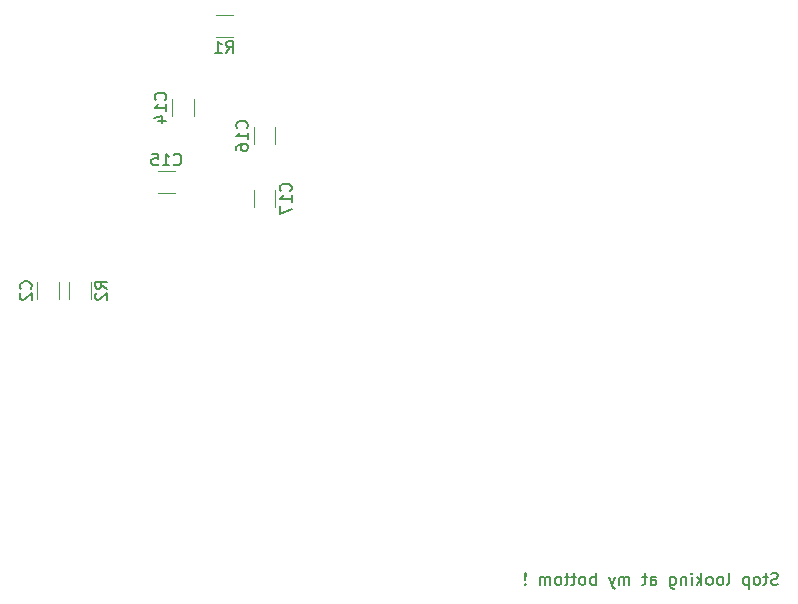
<source format=gbr>
G04 #@! TF.GenerationSoftware,KiCad,Pcbnew,6.0.5-a6ca702e91~116~ubuntu20.04.1*
G04 #@! TF.CreationDate,2022-05-19T12:12:02+02:00*
G04 #@! TF.ProjectId,octoserial,6f63746f-7365-4726-9961-6c2e6b696361,rev?*
G04 #@! TF.SameCoordinates,Original*
G04 #@! TF.FileFunction,Legend,Bot*
G04 #@! TF.FilePolarity,Positive*
%FSLAX46Y46*%
G04 Gerber Fmt 4.6, Leading zero omitted, Abs format (unit mm)*
G04 Created by KiCad (PCBNEW 6.0.5-a6ca702e91~116~ubuntu20.04.1) date 2022-05-19 12:12:02*
%MOMM*%
%LPD*%
G01*
G04 APERTURE LIST*
%ADD10C,0.150000*%
%ADD11C,0.120000*%
G04 APERTURE END LIST*
D10*
X115274285Y-111464761D02*
X115131428Y-111512380D01*
X114893333Y-111512380D01*
X114798095Y-111464761D01*
X114750476Y-111417142D01*
X114702857Y-111321904D01*
X114702857Y-111226666D01*
X114750476Y-111131428D01*
X114798095Y-111083809D01*
X114893333Y-111036190D01*
X115083809Y-110988571D01*
X115179047Y-110940952D01*
X115226666Y-110893333D01*
X115274285Y-110798095D01*
X115274285Y-110702857D01*
X115226666Y-110607619D01*
X115179047Y-110560000D01*
X115083809Y-110512380D01*
X114845714Y-110512380D01*
X114702857Y-110560000D01*
X114417142Y-110845714D02*
X114036190Y-110845714D01*
X114274285Y-110512380D02*
X114274285Y-111369523D01*
X114226666Y-111464761D01*
X114131428Y-111512380D01*
X114036190Y-111512380D01*
X113560000Y-111512380D02*
X113655238Y-111464761D01*
X113702857Y-111417142D01*
X113750476Y-111321904D01*
X113750476Y-111036190D01*
X113702857Y-110940952D01*
X113655238Y-110893333D01*
X113560000Y-110845714D01*
X113417142Y-110845714D01*
X113321904Y-110893333D01*
X113274285Y-110940952D01*
X113226666Y-111036190D01*
X113226666Y-111321904D01*
X113274285Y-111417142D01*
X113321904Y-111464761D01*
X113417142Y-111512380D01*
X113560000Y-111512380D01*
X112798095Y-110845714D02*
X112798095Y-111845714D01*
X112798095Y-110893333D02*
X112702857Y-110845714D01*
X112512380Y-110845714D01*
X112417142Y-110893333D01*
X112369523Y-110940952D01*
X112321904Y-111036190D01*
X112321904Y-111321904D01*
X112369523Y-111417142D01*
X112417142Y-111464761D01*
X112512380Y-111512380D01*
X112702857Y-111512380D01*
X112798095Y-111464761D01*
X110988571Y-111512380D02*
X111083809Y-111464761D01*
X111131428Y-111369523D01*
X111131428Y-110512380D01*
X110464761Y-111512380D02*
X110560000Y-111464761D01*
X110607619Y-111417142D01*
X110655238Y-111321904D01*
X110655238Y-111036190D01*
X110607619Y-110940952D01*
X110560000Y-110893333D01*
X110464761Y-110845714D01*
X110321904Y-110845714D01*
X110226666Y-110893333D01*
X110179047Y-110940952D01*
X110131428Y-111036190D01*
X110131428Y-111321904D01*
X110179047Y-111417142D01*
X110226666Y-111464761D01*
X110321904Y-111512380D01*
X110464761Y-111512380D01*
X109560000Y-111512380D02*
X109655238Y-111464761D01*
X109702857Y-111417142D01*
X109750476Y-111321904D01*
X109750476Y-111036190D01*
X109702857Y-110940952D01*
X109655238Y-110893333D01*
X109560000Y-110845714D01*
X109417142Y-110845714D01*
X109321904Y-110893333D01*
X109274285Y-110940952D01*
X109226666Y-111036190D01*
X109226666Y-111321904D01*
X109274285Y-111417142D01*
X109321904Y-111464761D01*
X109417142Y-111512380D01*
X109560000Y-111512380D01*
X108798095Y-111512380D02*
X108798095Y-110512380D01*
X108702857Y-111131428D02*
X108417142Y-111512380D01*
X108417142Y-110845714D02*
X108798095Y-111226666D01*
X107988571Y-111512380D02*
X107988571Y-110845714D01*
X107988571Y-110512380D02*
X108036190Y-110560000D01*
X107988571Y-110607619D01*
X107940952Y-110560000D01*
X107988571Y-110512380D01*
X107988571Y-110607619D01*
X107512380Y-110845714D02*
X107512380Y-111512380D01*
X107512380Y-110940952D02*
X107464761Y-110893333D01*
X107369523Y-110845714D01*
X107226666Y-110845714D01*
X107131428Y-110893333D01*
X107083809Y-110988571D01*
X107083809Y-111512380D01*
X106179047Y-110845714D02*
X106179047Y-111655238D01*
X106226666Y-111750476D01*
X106274285Y-111798095D01*
X106369523Y-111845714D01*
X106512380Y-111845714D01*
X106607619Y-111798095D01*
X106179047Y-111464761D02*
X106274285Y-111512380D01*
X106464761Y-111512380D01*
X106560000Y-111464761D01*
X106607619Y-111417142D01*
X106655238Y-111321904D01*
X106655238Y-111036190D01*
X106607619Y-110940952D01*
X106560000Y-110893333D01*
X106464761Y-110845714D01*
X106274285Y-110845714D01*
X106179047Y-110893333D01*
X104512380Y-111512380D02*
X104512380Y-110988571D01*
X104560000Y-110893333D01*
X104655238Y-110845714D01*
X104845714Y-110845714D01*
X104940952Y-110893333D01*
X104512380Y-111464761D02*
X104607619Y-111512380D01*
X104845714Y-111512380D01*
X104940952Y-111464761D01*
X104988571Y-111369523D01*
X104988571Y-111274285D01*
X104940952Y-111179047D01*
X104845714Y-111131428D01*
X104607619Y-111131428D01*
X104512380Y-111083809D01*
X104179047Y-110845714D02*
X103798095Y-110845714D01*
X104036190Y-110512380D02*
X104036190Y-111369523D01*
X103988571Y-111464761D01*
X103893333Y-111512380D01*
X103798095Y-111512380D01*
X102702857Y-111512380D02*
X102702857Y-110845714D01*
X102702857Y-110940952D02*
X102655238Y-110893333D01*
X102560000Y-110845714D01*
X102417142Y-110845714D01*
X102321904Y-110893333D01*
X102274285Y-110988571D01*
X102274285Y-111512380D01*
X102274285Y-110988571D02*
X102226666Y-110893333D01*
X102131428Y-110845714D01*
X101988571Y-110845714D01*
X101893333Y-110893333D01*
X101845714Y-110988571D01*
X101845714Y-111512380D01*
X101464761Y-110845714D02*
X101226666Y-111512380D01*
X100988571Y-110845714D02*
X101226666Y-111512380D01*
X101321904Y-111750476D01*
X101369523Y-111798095D01*
X101464761Y-111845714D01*
X99845714Y-111512380D02*
X99845714Y-110512380D01*
X99845714Y-110893333D02*
X99750476Y-110845714D01*
X99560000Y-110845714D01*
X99464761Y-110893333D01*
X99417142Y-110940952D01*
X99369523Y-111036190D01*
X99369523Y-111321904D01*
X99417142Y-111417142D01*
X99464761Y-111464761D01*
X99560000Y-111512380D01*
X99750476Y-111512380D01*
X99845714Y-111464761D01*
X98798095Y-111512380D02*
X98893333Y-111464761D01*
X98940952Y-111417142D01*
X98988571Y-111321904D01*
X98988571Y-111036190D01*
X98940952Y-110940952D01*
X98893333Y-110893333D01*
X98798095Y-110845714D01*
X98655238Y-110845714D01*
X98560000Y-110893333D01*
X98512380Y-110940952D01*
X98464761Y-111036190D01*
X98464761Y-111321904D01*
X98512380Y-111417142D01*
X98560000Y-111464761D01*
X98655238Y-111512380D01*
X98798095Y-111512380D01*
X98179047Y-110845714D02*
X97798095Y-110845714D01*
X98036190Y-110512380D02*
X98036190Y-111369523D01*
X97988571Y-111464761D01*
X97893333Y-111512380D01*
X97798095Y-111512380D01*
X97607619Y-110845714D02*
X97226666Y-110845714D01*
X97464761Y-110512380D02*
X97464761Y-111369523D01*
X97417142Y-111464761D01*
X97321904Y-111512380D01*
X97226666Y-111512380D01*
X96750476Y-111512380D02*
X96845714Y-111464761D01*
X96893333Y-111417142D01*
X96940952Y-111321904D01*
X96940952Y-111036190D01*
X96893333Y-110940952D01*
X96845714Y-110893333D01*
X96750476Y-110845714D01*
X96607619Y-110845714D01*
X96512380Y-110893333D01*
X96464761Y-110940952D01*
X96417142Y-111036190D01*
X96417142Y-111321904D01*
X96464761Y-111417142D01*
X96512380Y-111464761D01*
X96607619Y-111512380D01*
X96750476Y-111512380D01*
X95988571Y-111512380D02*
X95988571Y-110845714D01*
X95988571Y-110940952D02*
X95940952Y-110893333D01*
X95845714Y-110845714D01*
X95702857Y-110845714D01*
X95607619Y-110893333D01*
X95560000Y-110988571D01*
X95560000Y-111512380D01*
X95560000Y-110988571D02*
X95512380Y-110893333D01*
X95417142Y-110845714D01*
X95274285Y-110845714D01*
X95179047Y-110893333D01*
X95131428Y-110988571D01*
X95131428Y-111512380D01*
X93893333Y-111417142D02*
X93845714Y-111464761D01*
X93893333Y-111512380D01*
X93940952Y-111464761D01*
X93893333Y-111417142D01*
X93893333Y-111512380D01*
X93893333Y-111131428D02*
X93940952Y-110560000D01*
X93893333Y-110512380D01*
X93845714Y-110560000D01*
X93893333Y-111131428D01*
X93893333Y-110512380D01*
X58472380Y-86433333D02*
X57996190Y-86100000D01*
X58472380Y-85861904D02*
X57472380Y-85861904D01*
X57472380Y-86242857D01*
X57520000Y-86338095D01*
X57567619Y-86385714D01*
X57662857Y-86433333D01*
X57805714Y-86433333D01*
X57900952Y-86385714D01*
X57948571Y-86338095D01*
X57996190Y-86242857D01*
X57996190Y-85861904D01*
X57567619Y-86814285D02*
X57520000Y-86861904D01*
X57472380Y-86957142D01*
X57472380Y-87195238D01*
X57520000Y-87290476D01*
X57567619Y-87338095D01*
X57662857Y-87385714D01*
X57758095Y-87385714D01*
X57900952Y-87338095D01*
X58472380Y-86766666D01*
X58472380Y-87385714D01*
X68566666Y-66472380D02*
X68900000Y-65996190D01*
X69138095Y-66472380D02*
X69138095Y-65472380D01*
X68757142Y-65472380D01*
X68661904Y-65520000D01*
X68614285Y-65567619D01*
X68566666Y-65662857D01*
X68566666Y-65805714D01*
X68614285Y-65900952D01*
X68661904Y-65948571D01*
X68757142Y-65996190D01*
X69138095Y-65996190D01*
X67614285Y-66472380D02*
X68185714Y-66472380D01*
X67900000Y-66472380D02*
X67900000Y-65472380D01*
X67995238Y-65615238D01*
X68090476Y-65710476D01*
X68185714Y-65758095D01*
X74007142Y-78157142D02*
X74054761Y-78109523D01*
X74102380Y-77966666D01*
X74102380Y-77871428D01*
X74054761Y-77728571D01*
X73959523Y-77633333D01*
X73864285Y-77585714D01*
X73673809Y-77538095D01*
X73530952Y-77538095D01*
X73340476Y-77585714D01*
X73245238Y-77633333D01*
X73150000Y-77728571D01*
X73102380Y-77871428D01*
X73102380Y-77966666D01*
X73150000Y-78109523D01*
X73197619Y-78157142D01*
X74102380Y-79109523D02*
X74102380Y-78538095D01*
X74102380Y-78823809D02*
X73102380Y-78823809D01*
X73245238Y-78728571D01*
X73340476Y-78633333D01*
X73388095Y-78538095D01*
X73102380Y-79442857D02*
X73102380Y-80109523D01*
X74102380Y-79680952D01*
X70307142Y-72857142D02*
X70354761Y-72809523D01*
X70402380Y-72666666D01*
X70402380Y-72571428D01*
X70354761Y-72428571D01*
X70259523Y-72333333D01*
X70164285Y-72285714D01*
X69973809Y-72238095D01*
X69830952Y-72238095D01*
X69640476Y-72285714D01*
X69545238Y-72333333D01*
X69450000Y-72428571D01*
X69402380Y-72571428D01*
X69402380Y-72666666D01*
X69450000Y-72809523D01*
X69497619Y-72857142D01*
X70402380Y-73809523D02*
X70402380Y-73238095D01*
X70402380Y-73523809D02*
X69402380Y-73523809D01*
X69545238Y-73428571D01*
X69640476Y-73333333D01*
X69688095Y-73238095D01*
X69402380Y-74666666D02*
X69402380Y-74476190D01*
X69450000Y-74380952D01*
X69497619Y-74333333D01*
X69640476Y-74238095D01*
X69830952Y-74190476D01*
X70211904Y-74190476D01*
X70307142Y-74238095D01*
X70354761Y-74285714D01*
X70402380Y-74380952D01*
X70402380Y-74571428D01*
X70354761Y-74666666D01*
X70307142Y-74714285D01*
X70211904Y-74761904D01*
X69973809Y-74761904D01*
X69878571Y-74714285D01*
X69830952Y-74666666D01*
X69783333Y-74571428D01*
X69783333Y-74380952D01*
X69830952Y-74285714D01*
X69878571Y-74238095D01*
X69973809Y-74190476D01*
X64142857Y-75907142D02*
X64190476Y-75954761D01*
X64333333Y-76002380D01*
X64428571Y-76002380D01*
X64571428Y-75954761D01*
X64666666Y-75859523D01*
X64714285Y-75764285D01*
X64761904Y-75573809D01*
X64761904Y-75430952D01*
X64714285Y-75240476D01*
X64666666Y-75145238D01*
X64571428Y-75050000D01*
X64428571Y-75002380D01*
X64333333Y-75002380D01*
X64190476Y-75050000D01*
X64142857Y-75097619D01*
X63190476Y-76002380D02*
X63761904Y-76002380D01*
X63476190Y-76002380D02*
X63476190Y-75002380D01*
X63571428Y-75145238D01*
X63666666Y-75240476D01*
X63761904Y-75288095D01*
X62285714Y-75002380D02*
X62761904Y-75002380D01*
X62809523Y-75478571D01*
X62761904Y-75430952D01*
X62666666Y-75383333D01*
X62428571Y-75383333D01*
X62333333Y-75430952D01*
X62285714Y-75478571D01*
X62238095Y-75573809D01*
X62238095Y-75811904D01*
X62285714Y-75907142D01*
X62333333Y-75954761D01*
X62428571Y-76002380D01*
X62666666Y-76002380D01*
X62761904Y-75954761D01*
X62809523Y-75907142D01*
X63407142Y-70457142D02*
X63454761Y-70409523D01*
X63502380Y-70266666D01*
X63502380Y-70171428D01*
X63454761Y-70028571D01*
X63359523Y-69933333D01*
X63264285Y-69885714D01*
X63073809Y-69838095D01*
X62930952Y-69838095D01*
X62740476Y-69885714D01*
X62645238Y-69933333D01*
X62550000Y-70028571D01*
X62502380Y-70171428D01*
X62502380Y-70266666D01*
X62550000Y-70409523D01*
X62597619Y-70457142D01*
X63502380Y-71409523D02*
X63502380Y-70838095D01*
X63502380Y-71123809D02*
X62502380Y-71123809D01*
X62645238Y-71028571D01*
X62740476Y-70933333D01*
X62788095Y-70838095D01*
X62835714Y-72266666D02*
X63502380Y-72266666D01*
X62454761Y-72028571D02*
X63169047Y-71790476D01*
X63169047Y-72409523D01*
X52007142Y-86445833D02*
X52054761Y-86398214D01*
X52102380Y-86255357D01*
X52102380Y-86160119D01*
X52054761Y-86017261D01*
X51959523Y-85922023D01*
X51864285Y-85874404D01*
X51673809Y-85826785D01*
X51530952Y-85826785D01*
X51340476Y-85874404D01*
X51245238Y-85922023D01*
X51150000Y-86017261D01*
X51102380Y-86160119D01*
X51102380Y-86255357D01*
X51150000Y-86398214D01*
X51197619Y-86445833D01*
X51197619Y-86826785D02*
X51150000Y-86874404D01*
X51102380Y-86969642D01*
X51102380Y-87207738D01*
X51150000Y-87302976D01*
X51197619Y-87350595D01*
X51292857Y-87398214D01*
X51388095Y-87398214D01*
X51530952Y-87350595D01*
X52102380Y-86779166D01*
X52102380Y-87398214D01*
D11*
X57110000Y-87327064D02*
X57110000Y-85872936D01*
X55290000Y-87327064D02*
X55290000Y-85872936D01*
X67672936Y-65110000D02*
X69127064Y-65110000D01*
X67672936Y-63290000D02*
X69127064Y-63290000D01*
X70890000Y-79511252D02*
X70890000Y-78088748D01*
X72710000Y-79511252D02*
X72710000Y-78088748D01*
X72710000Y-72788748D02*
X72710000Y-74211252D01*
X70890000Y-72788748D02*
X70890000Y-74211252D01*
X64211252Y-78310000D02*
X62788748Y-78310000D01*
X64211252Y-76490000D02*
X62788748Y-76490000D01*
X65810000Y-70388748D02*
X65810000Y-71811252D01*
X63990000Y-70388748D02*
X63990000Y-71811252D01*
X54410000Y-85901248D02*
X54410000Y-87323752D01*
X52590000Y-85901248D02*
X52590000Y-87323752D01*
M02*

</source>
